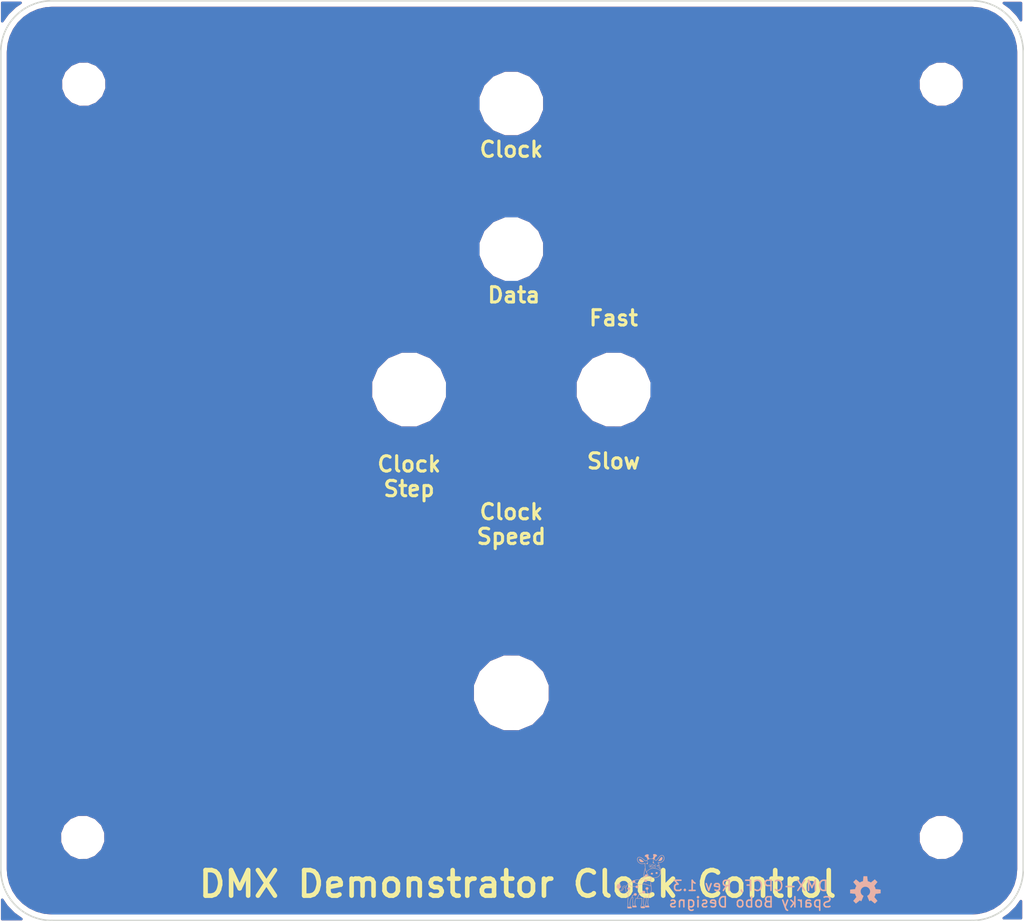
<source format=kicad_pcb>
(kicad_pcb (version 20171130) (host pcbnew "(5.0.0)")
  (title_block (title "DMX Demonstrator - Control-Pro Clock (DMX-CPCF)") (date 2023-12-04) (rev 1.3) (company "Sparky Bobo Designs") (comment 2 "Designed by: SparkyBobo") (comment 3 https://creativecommons.org/licenses/by-sa/4.0/) (comment 4 "Released under the Creative Commons Attribution Share-Alike 4.0m License"))
  (layers (0 F.Cu signal) (31 B.Cu signal) (34 B.Paste user hide) (35 F.Paste user hide) (36 B.SilkS user) (37 F.SilkS user) (38 B.Mask user hide) (39 F.Mask user hide) (44 Edge.Cuts user))
  (net 0 "")
  (module MountingHole:MountingHole_3.2mm_M3 (layer F.Cu) (at 137.038 116.416)
    (fp_text reference MH17 hide)
    (fp_text value MountingHole)
    (pad "" np_thru_hole circle (at 0 0) (size 6.3 6.3) (drill 6.3) (layers *.Cu *.Mask))
  )
  (module MountingHole:MountingHole_3.2mm_M3 (layer F.Cu) (at 147.038 86.742)
    (fp_text reference MH16 hide)
    (fp_text value MountingHole)
    (pad "" np_thru_hole circle (at 0 0) (size 6.2 6.2) (drill 6.2) (layers *.Cu *.Mask))
  )
  (module MountingHole:MountingHole_3.2mm_M3 (layer F.Cu) (at 127.038 86.742)
    (fp_text reference MH15 hide)
    (fp_text value MountingHole)
    (pad "" np_thru_hole circle (at 0 0) (size 6.2 6.2) (drill 6.2) (layers *.Cu *.Mask))
  )
  (module MountingHole:MountingHole_3.2mm_M3 (layer F.Cu) (at 137.038 72.992)
    (fp_text reference MH10 hide)
    (fp_text value MountingHole)
    (pad "" np_thru_hole circle (at 0 0) (size 5.2 5.2) (drill 5.2) (layers *.Cu *.Mask))
  )
  (module MountingHole:MountingHole_3.2mm_M3 (layer F.Cu) (at 137.038 58.742)
    (fp_text reference MH9 hide)
    (fp_text value MountingHole)
    (pad "" np_thru_hole circle (at 0 0) (size 5.2 5.2) (drill 5.2) (layers *.Cu *.Mask))
  )
  (module MountingHole:MountingHole_3.2mm_M3 (layer F.Cu) (at 179.088 130.566)
    (fp_text reference MH4 hide)
    (fp_text value MountingHole)
    (pad 1 np_thru_hole circle (at 0 0) (size 3.2 3.2) (drill 3.2) (layers *.Cu *.Mask))
  )
  (module MountingHole:MountingHole_3.2mm_M3 (layer F.Cu) (at 179.088 56.856)
    (fp_text reference MH3 hide)
    (fp_text value MountingHole)
    (pad 1 np_thru_hole circle (at 0 0) (size 3.2 3.2) (drill 3.2) (layers *.Cu *.Mask))
  )
  (module MountingHole:MountingHole_3.2mm_M3 (layer F.Cu) (at 95.118 130.566)
    (fp_text reference MH2 hide)
    (fp_text value MountingHole)
    (pad "" np_thru_hole circle (at 0 0) (size 3.2 3.2) (drill 3.2) (layers *.Cu *.Mask))
  )
  (module MountingHole:MountingHole_3.2mm_M3 (layer F.Cu) (at 95.218 56.856)
    (fp_text reference MH1 hide)
    (fp_text value MountingHole)
    (pad "" np_thru_hole circle (at 0 0) (size 3.2 3.2) (drill 3.2) (layers *.Cu *.Mask))
  )
  (module footprints:logo_cr_5x5 (layer B.Cu) (at 149.664 134.852 180)
    (fp_text reference G*** hide)
    (fp_text value LOGO hide)
  )
  (module Aesthetics:OSHW-LOGO-S (layer B.Cu) (at 171.664 135.852 180)
    (fp_text reference "" (at 0 0 180) (layer B.SilkS) (effects (font (size 1.524 1.524)) (justify mirror)))
    (fp_text value "" (at 0 0 180) (layer B.SilkS) (effects (font (size 1.524 1.524)) (justify mirror)))
  )
  (gr_line (start 92.104 138.692) (end 182.104 138.692) (layer Edge.Cuts) (width 0.1524))
  (gr_line (start 87.104 53.692) (end 87.104 133.692) (layer Edge.Cuts) (width 0.1524))
  (gr_line (start 182.104 48.692) (end 92.104 48.692) (layer Edge.Cuts) (width 0.1524))
  (gr_line (start 187.104 133.692) (end 187.104 53.692) (layer Edge.Cuts) (width 0.1524))
  (gr_arc (start 92.104 133.692) (end 87.104 133.692) (angle -90) (layer Edge.Cuts) (width 0.1524))
  (gr_arc (start 92.104 53.692) (end 92.104 48.692) (angle -90) (layer Edge.Cuts) (width 0.1524))
  (gr_arc (start 182.104 53.692) (end 187.104 53.692) (angle -90) (layer Edge.Cuts) (width 0.1524))
  (gr_arc (start 182.104 133.692) (end 182.104 138.692) (angle -90) (layer Edge.Cuts) (width 0.1524))
  (gr_text "DMX Demonstrator Clock Control" (at 137.668 135.128) (layer F.SilkS) (effects (font (size 2.5 2.5) (thickness 0.45))))
  (gr_text "Clock\nSpeed" (at 137.038 99.916) (layer F.SilkS) (effects (font (size 1.5 1.5) (thickness 0.3))))
  (gr_text Data (at 137.288 77.492) (layer F.SilkS) (effects (font (size 1.5 1.5) (thickness 0.3))))
  (gr_text Clock (at 137.038 63.242) (layer F.SilkS) (effects (font (size 1.5 1.5) (thickness 0.3))))
  (gr_text "DMX-CPCF, Rev 1.3\nSparky Bobo Designs" (at 160.414 136.102) (layer B.SilkS) (effects (font (size 1 1)) (justify mirror)))
  (gr_text Fast (at 147.038 79.742) (layer F.SilkS) (effects (font (size 1.5 1.5) (thickness 0.3))))
  (gr_text Slow (at 147.038 93.742) (layer F.SilkS) (effects (font (size 1.5 1.5) (thickness 0.3))))
  (gr_text "Clock\nStep" (at 127.038 95.242) (layer F.SilkS) (effects (font (size 1.5 1.5) (thickness 0.3))))
  (zone (net 0) (net_name "") (layer B.Cu) (connect_pads (clearance 0.508)) (min_thickness 0.254) (fill yes (arc_segments 16) (thermal_gap 0.508) (thermal_bridge_width 0.508))
    (polygon (pts (xy 87.122 48.768) (xy 187.004 48.792) (xy 187.004 138.592) (xy 87.122 138.684)))
  )
  (zone (net 0) (net_name "") (layer F.Cu) (connect_pads (clearance 0.508)) (min_thickness 0.254) (fill yes (arc_segments 16) (thermal_gap 0.508) (thermal_bridge_width 0.508))
    (polygon (pts (xy 87.122 48.768) (xy 187.004 48.792) (xy 187.004 138.592) (xy 87.122 138.684)))
  )
)
</source>
